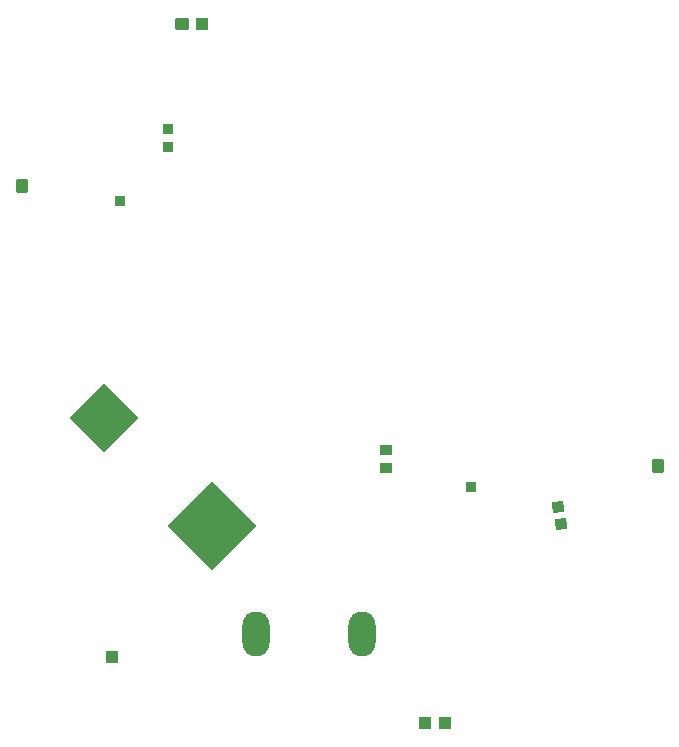
<source format=gts>
G04 Layer: TopSolderMaskLayer*
G04 EasyEDA v6.5.42, 2024-06-01 20:13:01*
G04 56b61418f79f422a81827ce91bc8f804,a42f065a0689404bb1480e5e311d6757,10*
G04 Gerber Generator version 0.2*
G04 Scale: 100 percent, Rotated: No, Reflected: No *
G04 Dimensions in millimeters *
G04 leading zeros omitted , absolute positions ,4 integer and 5 decimal *
%FSLAX45Y45*%
%MOMM*%

%AMMACRO1*1,1,$1,$2,$3*1,1,$1,$4,$5*1,1,$1,0-$2,0-$3*1,1,$1,0-$4,0-$5*20,1,$1,$2,$3,$4,$5,0*20,1,$1,$4,$5,0-$2,0-$3,0*20,1,$1,0-$2,0-$3,0-$4,0-$5,0*20,1,$1,0-$4,0-$5,$2,$3,0*4,1,4,$2,$3,$4,$5,0-$2,0-$3,0-$4,0-$5,$2,$3,0*%
%ADD10MACRO1,0.1016X-0.5X0.45X0.5X0.45*%
%ADD11R,1.0015X1.1016*%
%ADD12MACRO1,0.1016X0.45X0.5X0.45X-0.5*%
%ADD13MACRO1,0.1016X-0.432X0.4032X0.432X0.4032*%
%ADD14MACRO1,0.1016X-0.432X-0.4032X0.432X-0.4032*%
%ADD15R,0.9656X0.9081*%
%ADD16MACRO1,0.1016X-0.4898X0.3307X0.3636X0.4658*%
%ADD17MACRO1,0.1016X-0.3636X-0.4658X0.4898X-0.3307*%
%ADD18MACRO1,0.1016X0X2.8288X2.8288X0*%
%ADD19MACRO1,0.1016X0X3.6765X3.6765X0*%
%ADD20O,2.3000208000000004X3.8000178000000004*%

%LPD*%
D10*
G01*
X2772503Y7581894D03*
D11*
G01*
X2942506Y7581900D03*
D12*
G01*
X6798391Y3835400D03*
G01*
X1418490Y6210300D03*
D13*
G01*
X4495800Y3823575D03*
D14*
G01*
X4495800Y3974224D03*
D15*
G01*
X2654300Y6692036D03*
G01*
X2654300Y6541363D03*
D16*
G01*
X5980783Y3341902D03*
D17*
G01*
X5957216Y3490697D03*
D15*
G01*
X2247900Y6084163D03*
D11*
G01*
X4999906Y1663700D03*
G01*
X4829903Y1663700D03*
G01*
X2175603Y2222500D03*
D18*
G01*
X2108200Y4241800D03*
D19*
G01*
X3024186Y3325813D03*
D20*
G01*
X3398100Y2413000D03*
G01*
X4298099Y2413000D03*
D15*
G01*
X5219700Y3656736D03*
M02*

</source>
